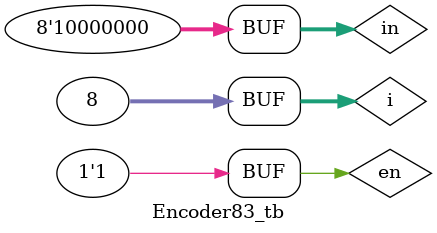
<source format=v>

module Encoder8_3(en,in,out);
input [7:0]in;
input en;
output reg [2:0]out;
always@(en or in)
begin
	if(en==1)
	begin
	case(in)
	8'b00000001:out=3'b000;
	8'b00000010:out=3'b001;
	8'b00000100:out=3'b010;
	8'b00001000:out=3'b011;
	8'b00010000:out=3'b100;
	8'b00100000:out=3'b101;
	8'b01000000:out=3'b110;
	8'b10000000:out=3'b111;
	default:out=3'b0;
	endcase
	end
	else
		out=3'b0;
end
endmodule

// testbench

module Encoder83_tb();
reg [7:0]in;
reg en;
wire [2:0]out;
Encoder8_3 DUT(en,in,out);
integer i;
initial
begin
en=0;
for(i=0;i<8;i=i+1)
begin
in=2**i;
#10;
end
en=1;
for(i=0;i<8;i=i+1)
begin
in=2**i;
#10;
end
end
initial
begin
$monitor($time," en=%d in=%d out=%d",en,in,out);
end
endmodule

</source>
